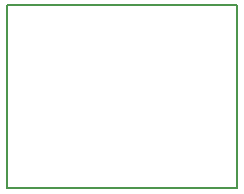
<source format=gm1>
G04 MADE WITH FRITZING*
G04 WWW.FRITZING.ORG*
G04 DOUBLE SIDED*
G04 HOLES PLATED*
G04 CONTOUR ON CENTER OF CONTOUR VECTOR*
%ASAXBY*%
%FSLAX23Y23*%
%MOIN*%
%OFA0B0*%
%SFA1.0B1.0*%
%ADD10R,0.775079X0.617433*%
%ADD11C,0.008000*%
%ADD10C,0.008*%
%LNCONTOUR*%
G90*
G70*
G54D10*
G54D11*
X4Y613D02*
X771Y613D01*
X771Y4D01*
X4Y4D01*
X4Y613D01*
D02*
G04 End of contour*
M02*
</source>
